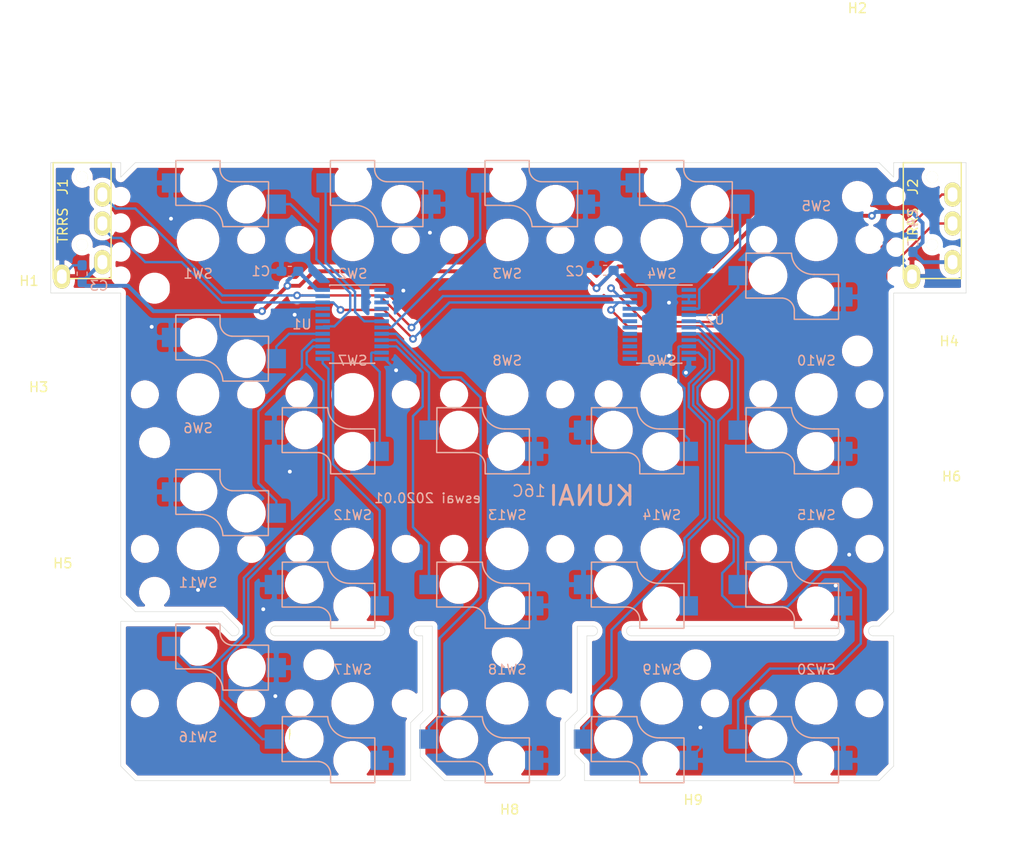
<source format=kicad_pcb>
(kicad_pcb (version 20171130) (host pcbnew "(5.1.5-0-10_14)")
  (layers (0 F.Cu signal) (31 B.Cu signal) (34 B.Paste user hide) (35 F.Paste user hide) (36 B.SilkS user) (37 F.SilkS user) (38 B.Mask user hide) (39 F.Mask user hide) (44 Edge.Cuts user))
  (net 0 "")
  (net 1 GND)
  (net 2 VCC)
  (net 3 SDA)
  (net 4 SCL)
  (net 5 S1)
  (net 6 S2)
  (net 7 S3)
  (net 8 S4)
  (net 9 S5)
  (net 10 S6)
  (net 11 S7)
  (net 12 S8)
  (net 13 S9)
  (net 14 S10)
  (net 15 S11)
  (net 16 S12)
  (net 17 S13)
  (net 18 S14)
  (net 19 S15)
  (net 20 S16)
  (net 21 S17)
  (net 22 S18)
  (net 23 S19)
  (net 24 S20)
  (module eswai:Choc_Hotswap (layer F.Cu) (at 112 80)
    (fp_text reference SW20 (at 0 -3.5) (layer B.SilkS) (effects (justify mirror)))
    (fp_text value SW_PUSH hide)
    (pad 1 smd rect (at -8.1 3.7 180) (size 2 2) (layers B.Cu B.Paste B.Mask) (net 24 S20))
    (pad 2 smd rect (at 2.8 5.9 180) (size 1.9 2) (layers B.Cu B.Paste B.Mask) (net 1 GND))
    (pad "" np_thru_hole circle (at -5 3.7 90) (size 3 3) (drill 3) (layers *.Cu *.Mask))
    (pad "" np_thru_hole circle (at 0 5.9 90) (size 3 3) (drill 3) (layers *.Cu *.Mask))
    (pad "" np_thru_hole circle (at 0 0 90) (size 3.4 3.4) (drill 3.4) (layers *.Cu *.Mask))
    (pad "" np_thru_hole circle (at -5.5 0 90) (size 1.9 1.9) (drill 1.9) (layers *.Cu *.Mask))
    (pad "" np_thru_hole circle (at 5.5 0 90) (size 1.9 1.9) (drill 1.9) (layers *.Cu *.Mask))
  )
  (module eswai:Choc_Hotswap (layer F.Cu) (at 96 80)
    (fp_text reference SW19 (at 0 -3.5) (layer B.SilkS) (effects (justify mirror)))
    (fp_text value SW_PUSH hide)
    (pad 1 smd rect (at -8.1 3.7 180) (size 2 2) (layers B.Cu B.Paste B.Mask) (net 23 S19))
    (pad 2 smd rect (at 2.8 5.9 180) (size 1.9 2) (layers B.Cu B.Paste B.Mask) (net 1 GND))
    (pad "" np_thru_hole circle (at -5 3.7 90) (size 3 3) (drill 3) (layers *.Cu *.Mask))
    (pad "" np_thru_hole circle (at 0 5.9 90) (size 3 3) (drill 3) (layers *.Cu *.Mask))
    (pad "" np_thru_hole circle (at 0 0 90) (size 3.4 3.4) (drill 3.4) (layers *.Cu *.Mask))
    (pad "" np_thru_hole circle (at -5.5 0 90) (size 1.9 1.9) (drill 1.9) (layers *.Cu *.Mask))
    (pad "" np_thru_hole circle (at 5.5 0 90) (size 1.9 1.9) (drill 1.9) (layers *.Cu *.Mask))
  )
  (module eswai:Choc_Hotswap (layer F.Cu) (at 80 80)
    (fp_text reference SW18 (at 0 -3.5) (layer B.SilkS) (effects (justify mirror)))
    (fp_text value SW_PUSH hide)
    (pad 1 smd rect (at -8.1 3.7 180) (size 2 2) (layers B.Cu B.Paste B.Mask) (net 22 S18))
    (pad 2 smd rect (at 2.8 5.9 180) (size 1.9 2) (layers B.Cu B.Paste B.Mask) (net 1 GND))
    (pad "" np_thru_hole circle (at -5 3.7 90) (size 3 3) (drill 3) (layers *.Cu *.Mask))
    (pad "" np_thru_hole circle (at 0 5.9 90) (size 3 3) (drill 3) (layers *.Cu *.Mask))
    (pad "" np_thru_hole circle (at 0 0 90) (size 3.4 3.4) (drill 3.4) (layers *.Cu *.Mask))
    (pad "" np_thru_hole circle (at -5.5 0 90) (size 1.9 1.9) (drill 1.9) (layers *.Cu *.Mask))
    (pad "" np_thru_hole circle (at 5.5 0 90) (size 1.9 1.9) (drill 1.9) (layers *.Cu *.Mask))
  )
  (module eswai:Choc_Hotswap (layer F.Cu) (at 64 80)
    (fp_text reference SW17 (at 0 -3.5) (layer B.SilkS) (effects (justify mirror)))
    (fp_text value SW_PUSH hide)
    (pad 1 smd rect (at -8.1 3.7 180) (size 2 2) (layers B.Cu B.Paste B.Mask) (net 21 S17))
    (pad 2 smd rect (at 2.8 5.9 180) (size 1.9 2) (layers B.Cu B.Paste B.Mask) (net 1 GND))
    (pad "" np_thru_hole circle (at -5 3.7 90) (size 3 3) (drill 3) (layers *.Cu *.Mask))
    (pad "" np_thru_hole circle (at 0 5.9 90) (size 3 3) (drill 3) (layers *.Cu *.Mask))
    (pad "" np_thru_hole circle (at 0 0 90) (size 3.4 3.4) (drill 3.4) (layers *.Cu *.Mask))
    (pad "" np_thru_hole circle (at -5.5 0 90) (size 1.9 1.9) (drill 1.9) (layers *.Cu *.Mask))
    (pad "" np_thru_hole circle (at 5.5 0 90) (size 1.9 1.9) (drill 1.9) (layers *.Cu *.Mask))
  )
  (module eswai:Choc_Hotswap (layer F.Cu) (at 48 80 180)
    (fp_text reference SW16 (at 0 -3.5) (layer B.SilkS) (effects (justify mirror)))
    (fp_text value SW_PUSH hide)
    (pad 1 smd rect (at -8.1 3.7) (size 2 2) (layers B.Cu B.Paste B.Mask) (net 1 GND))
    (pad 2 smd rect (at 2.8 5.9) (size 1.9 2) (layers B.Cu B.Paste B.Mask) (net 20 S16))
    (pad "" np_thru_hole circle (at -5 3.7 270) (size 3 3) (drill 3) (layers *.Cu *.Mask))
    (pad "" np_thru_hole circle (at 0 5.9 270) (size 3 3) (drill 3) (layers *.Cu *.Mask))
    (pad "" np_thru_hole circle (at 0 0 270) (size 3.4 3.4) (drill 3.4) (layers *.Cu *.Mask))
    (pad "" np_thru_hole circle (at -5.5 0 270) (size 1.9 1.9) (drill 1.9) (layers *.Cu *.Mask))
    (pad "" np_thru_hole circle (at 5.5 0 270) (size 1.9 1.9) (drill 1.9) (layers *.Cu *.Mask))
  )
  (module eswai:Choc_Hotswap (layer F.Cu) (at 112 64)
    (fp_text reference SW15 (at 0 -3.5) (layer B.SilkS) (effects (justify mirror)))
    (fp_text value SW_PUSH hide)
    (pad 1 smd rect (at -8.1 3.7 180) (size 2 2) (layers B.Cu B.Paste B.Mask) (net 19 S15))
    (pad 2 smd rect (at 2.8 5.9 180) (size 1.9 2) (layers B.Cu B.Paste B.Mask) (net 1 GND))
    (pad "" np_thru_hole circle (at -5 3.7 90) (size 3 3) (drill 3) (layers *.Cu *.Mask))
    (pad "" np_thru_hole circle (at 0 5.9 90) (size 3 3) (drill 3) (layers *.Cu *.Mask))
    (pad "" np_thru_hole circle (at 0 0 90) (size 3.4 3.4) (drill 3.4) (layers *.Cu *.Mask))
    (pad "" np_thru_hole circle (at -5.5 0 90) (size 1.9 1.9) (drill 1.9) (layers *.Cu *.Mask))
    (pad "" np_thru_hole circle (at 5.5 0 90) (size 1.9 1.9) (drill 1.9) (layers *.Cu *.Mask))
  )
  (module eswai:Choc_Hotswap (layer F.Cu) (at 96 64)
    (fp_text reference SW14 (at 0 -3.5) (layer B.SilkS) (effects (justify mirror)))
    (fp_text value SW_PUSH hide)
    (pad 1 smd rect (at -8.1 3.7 180) (size 2 2) (layers B.Cu B.Paste B.Mask) (net 1 GND))
    (pad 2 smd rect (at 2.8 5.9 180) (size 1.9 2) (layers B.Cu B.Paste B.Mask) (net 18 S14))
    (pad "" np_thru_hole circle (at -5 3.7 90) (size 3 3) (drill 3) (layers *.Cu *.Mask))
    (pad "" np_thru_hole circle (at 0 5.9 90) (size 3 3) (drill 3) (layers *.Cu *.Mask))
    (pad "" np_thru_hole circle (at 0 0 90) (size 3.4 3.4) (drill 3.4) (layers *.Cu *.Mask))
    (pad "" np_thru_hole circle (at -5.5 0 90) (size 1.9 1.9) (drill 1.9) (layers *.Cu *.Mask))
    (pad "" np_thru_hole circle (at 5.5 0 90) (size 1.9 1.9) (drill 1.9) (layers *.Cu *.Mask))
  )
  (module eswai:Choc_Hotswap (layer F.Cu) (at 80 64)
    (fp_text reference SW13 (at 0 -3.5) (layer B.SilkS) (effects (justify mirror)))
    (fp_text value SW_PUSH hide)
    (pad 1 smd rect (at -8.1 3.7 180) (size 2 2) (layers B.Cu B.Paste B.Mask) (net 17 S13))
    (pad 2 smd rect (at 2.8 5.9 180) (size 1.9 2) (layers B.Cu B.Paste B.Mask) (net 1 GND))
    (pad "" np_thru_hole circle (at -5 3.7 90) (size 3 3) (drill 3) (layers *.Cu *.Mask))
    (pad "" np_thru_hole circle (at 0 5.9 90) (size 3 3) (drill 3) (layers *.Cu *.Mask))
    (pad "" np_thru_hole circle (at 0 0 90) (size 3.4 3.4) (drill 3.4) (layers *.Cu *.Mask))
    (pad "" np_thru_hole circle (at -5.5 0 90) (size 1.9 1.9) (drill 1.9) (layers *.Cu *.Mask))
    (pad "" np_thru_hole circle (at 5.5 0 90) (size 1.9 1.9) (drill 1.9) (layers *.Cu *.Mask))
  )
  (module eswai:Choc_Hotswap (layer F.Cu) (at 64 64)
    (fp_text reference SW12 (at 0 -3.5) (layer B.SilkS) (effects (justify mirror)))
    (fp_text value SW_PUSH hide)
    (pad 1 smd rect (at -8.1 3.7 180) (size 2 2) (layers B.Cu B.Paste B.Mask) (net 1 GND))
    (pad 2 smd rect (at 2.8 5.9 180) (size 1.9 2) (layers B.Cu B.Paste B.Mask) (net 16 S12))
    (pad "" np_thru_hole circle (at -5 3.7 90) (size 3 3) (drill 3) (layers *.Cu *.Mask))
    (pad "" np_thru_hole circle (at 0 5.9 90) (size 3 3) (drill 3) (layers *.Cu *.Mask))
    (pad "" np_thru_hole circle (at 0 0 90) (size 3.4 3.4) (drill 3.4) (layers *.Cu *.Mask))
    (pad "" np_thru_hole circle (at -5.5 0 90) (size 1.9 1.9) (drill 1.9) (layers *.Cu *.Mask))
    (pad "" np_thru_hole circle (at 5.5 0 90) (size 1.9 1.9) (drill 1.9) (layers *.Cu *.Mask))
  )
  (module eswai:Choc_Hotswap (layer F.Cu) (at 48 64 180)
    (fp_text reference SW11 (at 0 -3.5) (layer B.SilkS) (effects (justify mirror)))
    (fp_text value SW_PUSH hide)
    (pad 1 smd rect (at -8.1 3.7) (size 2 2) (layers B.Cu B.Paste B.Mask) (net 15 S11))
    (pad 2 smd rect (at 2.8 5.9) (size 1.9 2) (layers B.Cu B.Paste B.Mask) (net 1 GND))
    (pad "" np_thru_hole circle (at -5 3.7 270) (size 3 3) (drill 3) (layers *.Cu *.Mask))
    (pad "" np_thru_hole circle (at 0 5.9 270) (size 3 3) (drill 3) (layers *.Cu *.Mask))
    (pad "" np_thru_hole circle (at 0 0 270) (size 3.4 3.4) (drill 3.4) (layers *.Cu *.Mask))
    (pad "" np_thru_hole circle (at -5.5 0 270) (size 1.9 1.9) (drill 1.9) (layers *.Cu *.Mask))
    (pad "" np_thru_hole circle (at 5.5 0 270) (size 1.9 1.9) (drill 1.9) (layers *.Cu *.Mask))
  )
  (module eswai:Choc_Hotswap (layer F.Cu) (at 112 48)
    (fp_text reference SW10 (at 0 -3.5) (layer B.SilkS) (effects (justify mirror)))
    (fp_text value SW_PUSH hide)
    (pad 1 smd rect (at -8.1 3.7 180) (size 2 2) (layers B.Cu B.Paste B.Mask) (net 14 S10))
    (pad 2 smd rect (at 2.8 5.9 180) (size 1.9 2) (layers B.Cu B.Paste B.Mask) (net 1 GND))
    (pad "" np_thru_hole circle (at -5 3.7 90) (size 3 3) (drill 3) (layers *.Cu *.Mask))
    (pad "" np_thru_hole circle (at 0 5.9 90) (size 3 3) (drill 3) (layers *.Cu *.Mask))
    (pad "" np_thru_hole circle (at 0 0 90) (size 3.4 3.4) (drill 3.4) (layers *.Cu *.Mask))
    (pad "" np_thru_hole circle (at -5.5 0 90) (size 1.9 1.9) (drill 1.9) (layers *.Cu *.Mask))
    (pad "" np_thru_hole circle (at 5.5 0 90) (size 1.9 1.9) (drill 1.9) (layers *.Cu *.Mask))
  )
  (module eswai:Choc_Hotswap (layer F.Cu) (at 96 48)
    (fp_text reference SW9 (at 0 -3.5) (layer B.SilkS) (effects (justify mirror)))
    (fp_text value SW_PUSH hide)
    (pad 1 smd rect (at -8.1 3.7 180) (size 2 2) (layers B.Cu B.Paste B.Mask) (net 1 GND))
    (pad 2 smd rect (at 2.8 5.9 180) (size 1.9 2) (layers B.Cu B.Paste B.Mask) (net 13 S9))
    (pad "" np_thru_hole circle (at -5 3.7 90) (size 3 3) (drill 3) (layers *.Cu *.Mask))
    (pad "" np_thru_hole circle (at 0 5.9 90) (size 3 3) (drill 3) (layers *.Cu *.Mask))
    (pad "" np_thru_hole circle (at 0 0 90) (size 3.4 3.4) (drill 3.4) (layers *.Cu *.Mask))
    (pad "" np_thru_hole circle (at -5.5 0 90) (size 1.9 1.9) (drill 1.9) (layers *.Cu *.Mask))
    (pad "" np_thru_hole circle (at 5.5 0 90) (size 1.9 1.9) (drill 1.9) (layers *.Cu *.Mask))
  )
  (module eswai:Choc_Hotswap (layer F.Cu) (at 80 48)
    (fp_text reference SW8 (at 0 -3.5) (layer B.SilkS) (effects (justify mirror)))
    (fp_text value SW_PUSH hide)
    (pad 1 smd rect (at -8.1 3.7 180) (size 2 2) (layers B.Cu B.Paste B.Mask) (net 12 S8))
    (pad 2 smd rect (at 2.8 5.9 180) (size 1.9 2) (layers B.Cu B.Paste B.Mask) (net 1 GND))
    (pad "" np_thru_hole circle (at -5 3.7 90) (size 3 3) (drill 3) (layers *.Cu *.Mask))
    (pad "" np_thru_hole circle (at 0 5.9 90) (size 3 3) (drill 3) (layers *.Cu *.Mask))
    (pad "" np_thru_hole circle (at 0 0 90) (size 3.4 3.4) (drill 3.4) (layers *.Cu *.Mask))
    (pad "" np_thru_hole circle (at -5.5 0 90) (size 1.9 1.9) (drill 1.9) (layers *.Cu *.Mask))
    (pad "" np_thru_hole circle (at 5.5 0 90) (size 1.9 1.9) (drill 1.9) (layers *.Cu *.Mask))
  )
  (module eswai:Choc_Hotswap (layer F.Cu) (at 64 48)
    (fp_text reference SW7 (at 0 -3.5) (layer B.SilkS) (effects (justify mirror)))
    (fp_text value SW_PUSH hide)
    (pad 1 smd rect (at -8.1 3.7 180) (size 2 2) (layers B.Cu B.Paste B.Mask) (net 1 GND))
    (pad 2 smd rect (at 2.8 5.9 180) (size 1.9 2) (layers B.Cu B.Paste B.Mask) (net 11 S7))
    (pad "" np_thru_hole circle (at -5 3.7 90) (size 3 3) (drill 3) (layers *.Cu *.Mask))
    (pad "" np_thru_hole circle (at 0 5.9 90) (size 3 3) (drill 3) (layers *.Cu *.Mask))
    (pad "" np_thru_hole circle (at 0 0 90) (size 3.4 3.4) (drill 3.4) (layers *.Cu *.Mask))
    (pad "" np_thru_hole circle (at -5.5 0 90) (size 1.9 1.9) (drill 1.9) (layers *.Cu *.Mask))
    (pad "" np_thru_hole circle (at 5.5 0 90) (size 1.9 1.9) (drill 1.9) (layers *.Cu *.Mask))
  )
  (module eswai:Choc_Hotswap (layer F.Cu) (at 48 48 180)
    (fp_text reference SW6 (at 0 -3.5) (layer B.SilkS) (effects (justify mirror)))
    (fp_text value SW_PUSH hide)
    (pad 1 smd rect (at -8.1 3.7) (size 2 2) (layers B.Cu B.Paste B.Mask) (net 10 S6))
    (pad 2 smd rect (at 2.8 5.9) (size 1.9 2) (layers B.Cu B.Paste B.Mask) (net 1 GND))
    (pad "" np_thru_hole circle (at -5 3.7 270) (size 3 3) (drill 3) (layers *.Cu *.Mask))
    (pad "" np_thru_hole circle (at 0 5.9 270) (size 3 3) (drill 3) (layers *.Cu *.Mask))
    (pad "" np_thru_hole circle (at 0 0 270) (size 3.4 3.4) (drill 3.4) (layers *.Cu *.Mask))
    (pad "" np_thru_hole circle (at -5.5 0 270) (size 1.9 1.9) (drill 1.9) (layers *.Cu *.Mask))
    (pad "" np_thru_hole circle (at 5.5 0 270) (size 1.9 1.9) (drill 1.9) (layers *.Cu *.Mask))
  )
  (module eswai:Choc_Hotswap (layer F.Cu) (at 112 32)
    (fp_text reference SW5 (at 0 -3.5) (layer B.SilkS) (effects (justify mirror)))
    (fp_text value SW_PUSH hide)
    (pad 1 smd rect (at -8.1 3.7 180) (size 2 2) (layers B.Cu B.Paste B.Mask) (net 9 S5))
    (pad 2 smd rect (at 2.8 5.9 180) (size 1.9 2) (layers B.Cu B.Paste B.Mask) (net 1 GND))
    (pad "" np_thru_hole circle (at -5 3.7 90) (size 3 3) (drill 3) (layers *.Cu *.Mask))
    (pad "" np_thru_hole circle (at 0 5.9 90) (size 3 3) (drill 3) (layers *.Cu *.Mask))
    (pad "" np_thru_hole circle (at 0 0 90) (size 3.4 3.4) (drill 3.4) (layers *.Cu *.Mask))
    (pad "" np_thru_hole circle (at -5.5 0 90) (size 1.9 1.9) (drill 1.9) (layers *.Cu *.Mask))
    (pad "" np_thru_hole circle (at 5.5 0 90) (size 1.9 1.9) (drill 1.9) (layers *.Cu *.Mask))
  )
  (module eswai:Choc_Hotswap (layer F.Cu) (at 96 32 180)
    (fp_text reference SW4 (at 0 -3.5) (layer B.SilkS) (effects (justify mirror)))
    (fp_text value SW_PUSH hide)
    (pad 1 smd rect (at -8.1 3.7) (size 2 2) (layers B.Cu B.Paste B.Mask) (net 8 S4))
    (pad 2 smd rect (at 2.8 5.9) (size 1.9 2) (layers B.Cu B.Paste B.Mask) (net 1 GND))
    (pad "" np_thru_hole circle (at -5 3.7 270) (size 3 3) (drill 3) (layers *.Cu *.Mask))
    (pad "" np_thru_hole circle (at 0 5.9 270) (size 3 3) (drill 3) (layers *.Cu *.Mask))
    (pad "" np_thru_hole circle (at 0 0 270) (size 3.4 3.4) (drill 3.4) (layers *.Cu *.Mask))
    (pad "" np_thru_hole circle (at -5.5 0 270) (size 1.9 1.9) (drill 1.9) (layers *.Cu *.Mask))
    (pad "" np_thru_hole circle (at 5.5 0 270) (size 1.9 1.9) (drill 1.9) (layers *.Cu *.Mask))
  )
  (module eswai:Choc_Hotswap (layer F.Cu) (at 80 32 180)
    (fp_text reference SW3 (at 0 -3.5) (layer B.SilkS) (effects (justify mirror)))
    (fp_text value SW_PUSH hide)
    (pad 1 smd rect (at -8.1 3.7) (size 2 2) (layers B.Cu B.Paste B.Mask) (net 1 GND))
    (pad 2 smd rect (at 2.8 5.9) (size 1.9 2) (layers B.Cu B.Paste B.Mask) (net 7 S3))
    (pad "" np_thru_hole circle (at -5 3.7 270) (size 3 3) (drill 3) (layers *.Cu *.Mask))
    (pad "" np_thru_hole circle (at 0 5.9 270) (size 3 3) (drill 3) (layers *.Cu *.Mask))
    (pad "" np_thru_hole circle (at 0 0 270) (size 3.4 3.4) (drill 3.4) (layers *.Cu *.Mask))
    (pad "" np_thru_hole circle (at -5.5 0 270) (size 1.9 1.9) (drill 1.9) (layers *.Cu *.Mask))
    (pad "" np_thru_hole circle (at 5.5 0 270) (size 1.9 1.9) (drill 1.9) (layers *.Cu *.Mask))
  )
  (module eswai:Choc_Hotswap (layer F.Cu) (at 64 32 180)
    (fp_text reference SW2 (at 0 -3.5) (layer B.SilkS) (effects (justify mirror)))
    (fp_text value SW_PUSH hide)
    (pad 1 smd rect (at -8.1 3.7) (size 2 2) (layers B.Cu B.Paste B.Mask) (net 1 GND))
    (pad 2 smd rect (at 2.8 5.9) (size 1.9 2) (layers B.Cu B.Paste B.Mask) (net 6 S2))
    (pad "" np_thru_hole circle (at -5 3.7 270) (size 3 3) (drill 3) (layers *.Cu *.Mask))
    (pad "" np_thru_hole circle (at 0 5.9 270) (size 3 3) (drill 3) (layers *.Cu *.Mask))
    (pad "" np_thru_hole circle (at 0 0 270) (size 3.4 3.4) (drill 3.4) (layers *.Cu *.Mask))
    (pad "" np_thru_hole circle (at -5.5 0 270) (size 1.9 1.9) (drill 1.9) (layers *.Cu *.Mask))
    (pad "" np_thru_hole circle (at 5.5 0 270) (size 1.9 1.9) (drill 1.9) (layers *.Cu *.Mask))
  )
  (module eswai:Choc_Hotswap (layer F.Cu) (at 48 32 180)
    (fp_text reference SW1 (at 0 -3.5) (layer B.SilkS) (effects (justify mirror)))
    (fp_text value SW_PUSH hide)
    (pad 1 smd rect (at -8.1 3.7) (size 2 2) (layers B.Cu B.Paste B.Mask) (net 5 S1))
    (pad 2 smd rect (at 2.8 5.9) (size 1.9 2) (layers B.Cu B.Paste B.Mask) (net 1 GND))
    (pad "" np_thru_hole circle (at -5 3.7 270) (size 3 3) (drill 3) (layers *.Cu *.Mask))
    (pad "" np_thru_hole circle (at 0 5.9 270) (size 3 3) (drill 3) (layers *.Cu *.Mask))
    (pad "" np_thru_hole circle (at 0 0 270) (size 3.4 3.4) (drill 3.4) (layers *.Cu *.Mask))
    (pad "" np_thru_hole circle (at -5.5 0 270) (size 1.9 1.9) (drill 1.9) (layers *.Cu *.Mask))
    (pad "" np_thru_hole circle (at 5.5 0 270) (size 1.9 1.9) (drill 1.9) (layers *.Cu *.Mask))
  )
  (module eswai:MJ-4PP-9_v3 (layer F.Cu) (at 124 24)
    (fp_text reference J2 (at -2 2.5 90) (layer F.SilkS))
    (fp_text value AudioJack4 hide)
    (fp_text user TRRS (at -2 6.5 90) (layer F.SilkS))
    (pad "" np_thru_hole circle (at 0 1.5) (size 1.2 1.2) (drill 1.2) (layers *.Cu *.Mask F.SilkS))
    (pad "" np_thru_hole circle (at 0 8.5) (size 1.2 1.2) (drill 1.2) (layers *.Cu *.Mask F.SilkS))
    (pad R2 thru_hole oval (at 2.1 3.3) (size 1.7 2.5) (drill oval 1 1.5) (layers *.Cu *.Mask F.SilkS) (net 3 SDA))
    (pad R1 thru_hole oval (at 2.1 6.3) (size 1.7 2.5) (drill oval 1 1.5) (layers *.Cu *.Mask F.SilkS) (net 4 SCL))
    (pad T thru_hole oval (at 2.1 10.3) (size 1.7 2.5) (drill oval 1 1.5) (layers *.Cu *.Mask F.SilkS) (net 2 VCC) (clearance 0.15))
    (pad S thru_hole oval (at -2.1 11.8) (size 1.7 2.5) (drill oval 1 1.5) (layers *.Cu *.Mask F.SilkS) (net 1 GND) (clearance 0.15))
  )
  (module eswai:MJ-4PP-9_v3 (layer F.Cu) (at 36 24)
    (fp_text reference J1 (at -2 2.5 90) (layer F.SilkS))
    (fp_text value AudioJack4 hide)
    (fp_text user TRRS (at -2 6.5 90) (layer F.SilkS))
    (pad "" np_thru_hole circle (at 0 1.5) (size 1.2 1.2) (drill 1.2) (layers *.Cu *.Mask F.SilkS))
    (pad "" np_thru_hole circle (at 0 8.5) (size 1.2 1.2) (drill 1.2) (layers *.Cu *.Mask F.SilkS))
    (pad R2 thru_hole oval (at 2.1 3.3) (size 1.7 2.5) (drill oval 1 1.5) (layers *.Cu *.Mask F.SilkS) (net 3 SDA))
    (pad R1 thru_hole oval (at 2.1 6.3) (size 1.7 2.5) (drill oval 1 1.5) (layers *.Cu *.Mask F.SilkS) (net 4 SCL))
    (pad T thru_hole oval (at 2.1 10.3) (size 1.7 2.5) (drill oval 1 1.5) (layers *.Cu *.Mask F.SilkS) (net 2 VCC) (clearance 0.15))
    (pad S thru_hole oval (at -2.1 11.8) (size 1.7 2.5) (drill oval 1 1.5) (layers *.Cu *.Mask F.SilkS) (net 1 GND) (clearance 0.15))
  )
  (module MountingHole:MountingHole_2.2mm_M2 (layer F.Cu) (at 116.25 43.5)
    (fp_text reference H4 (at 9.5 -1) (layer F.SilkS))
    (fp_text value MountingHole)
    (pad 1 np_thru_hole circle (at 0 0) (size 2.2 2.2) (drill 2.2) (layers *.Cu *.Mask))
  )
  (module eswai:HOLE_copy (layer F.Cu) (at 120.25 35.75)
    (fp_text reference Ref**)
    (fp_text value Val**)
    (pad "" np_thru_hole circle (at 0 0) (size 1 1) (drill 1) (layers *.Cu *.Mask))
  )
  (module eswai:HOLE_copy (layer F.Cu) (at 120.25 32.75)
    (fp_text reference Ref**)
    (fp_text value Val**)
    (pad "" np_thru_hole circle (at 0 0) (size 1 1) (drill 1) (layers *.Cu *.Mask))
  )
  (module eswai:HOLE_copy (layer F.Cu) (at 120.25 30.25)
    (fp_text reference Ref**)
    (fp_text value Val**)
    (pad "" np_thru_hole circle (at 0 0) (size 1 1) (drill 1) (layers *.Cu *.Mask))
  )
  (module eswai:HOLE_copy (layer F.Cu) (at 120.25 27.5)
    (fp_text reference Ref**)
    (fp_text value Val**)
    (pad "" np_thru_hole circle (at 0 0) (size 1 1) (drill 1) (layers *.Cu *.Mask))
  )
  (module eswai:HOLE_copy (layer F.Cu) (at 40 35.75)
    (fp_text reference Ref**)
    (fp_text value Val**)
    (pad "" np_thru_hole circle (at 0 0) (size 1 1) (drill 1) (layers *.Cu *.Mask))
  )
  (module eswai:HOLE_copy (layer F.Cu) (at 40 33.25)
    (fp_text reference Ref**)
    (fp_text value Val**)
    (pad "" np_thru_hole circle (at 0 0) (size 1 1) (drill 1) (layers *.Cu *.Mask))
  )
  (module eswai:HOLE_copy (layer F.Cu) (at 40 30.25)
    (fp_text reference Ref**)
    (fp_text value Val**)
    (pad "" np_thru_hole circle (at 0 0) (size 1 1) (drill 1) (layers *.Cu *.Mask))
  )
  (module eswai:HOLE_copy (layer F.Cu) (at 40 27.5)
    (fp_text reference Ref**)
    (fp_text value Val**)
    (pad "" np_thru_hole circle (at 0 0) (size 1 1) (drill 1) (layers *.Cu *.Mask))
  )
  (module MountingHole:MountingHole_2.2mm_M2 (layer F.Cu) (at 99.5 76)
    (fp_text reference H9 (at -0.25 14) (layer F.SilkS))
    (fp_text value MountingHole)
    (pad 1 np_thru_hole circle (at 0 0) (size 2.2 2.2) (drill 2.2) (layers *.Cu *.Mask))
  )
  (module MountingHole:MountingHole_2.2mm_M2 (layer F.Cu) (at 80 74.75)
    (fp_text reference H8 (at 0.25 16.25) (layer F.SilkS))
    (fp_text value MountingHole)
    (pad 1 np_thru_hole circle (at 0 0) (size 2.2 2.2) (drill 2.2) (layers *.Cu *.Mask))
  )
  (module MountingHole:MountingHole_2.2mm_M2 (layer F.Cu) (at 60.5 76)
    (fp_text reference H7 (at -2.25 7.25) (layer F.SilkS))
    (fp_text value MountingHole)
    (pad 1 np_thru_hole circle (at 0 0) (size 2.2 2.2) (drill 2.2) (layers *.Cu *.Mask))
  )
  (module MountingHole:MountingHole_2.2mm_M2 (layer F.Cu) (at 116.25 59.25)
    (fp_text reference H6 (at 9.75 -2.75) (layer F.SilkS))
    (fp_text value MountingHole)
    (pad 1 np_thru_hole circle (at 0 0) (size 2.2 2.2) (drill 2.2) (layers *.Cu *.Mask))
  )
  (module MountingHole:MountingHole_2.2mm_M2 (layer F.Cu) (at 43.5 68.5)
    (fp_text reference H5 (at -9.5 -3) (layer F.SilkS))
    (fp_text value MountingHole)
    (pad 1 np_thru_hole circle (at 0 0) (size 2.2 2.2) (drill 2.2) (layers *.Cu *.Mask))
  )
  (module MountingHole:MountingHole_2.2mm_M2 (layer F.Cu) (at 43.5 53)
    (fp_text reference H3 (at -12 -5.75) (layer F.SilkS))
    (fp_text value MountingHole)
    (pad 1 np_thru_hole circle (at 0 0) (size 2.2 2.2) (drill 2.2) (layers *.Cu *.Mask))
  )
  (module Capacitor_SMD:C_0603_1608Metric_Pad1.05x0.95mm_HandSolder (layer B.Cu) (at 122 32.375 90)
    (fp_text reference C4 (at 2.625 0 90) (layer B.SilkS) (effects (justify mirror)))
    (fp_text value 1uF)
    (pad 2 smd roundrect (at 0.875 0 90) (size 1.05 0.95) (layers B.Cu B.Paste B.Mask) (net 1 GND))
    (pad 1 smd roundrect (at -0.875 0 90) (size 1.05 0.95) (layers B.Cu B.Paste B.Mask) (net 2 VCC))
  )
  (module Capacitor_SMD:C_0603_1608Metric_Pad1.05x0.95mm_HandSolder (layer B.Cu) (at 36 35.5 90)
    (fp_text reference C3 (at -1.25 1.75 180) (layer B.SilkS) (effects (justify mirror)))
    (fp_text value 1uF)
    (pad 2 smd roundrect (at 0.875 0 90) (size 1.05 0.95) (layers B.Cu B.Paste B.Mask) (net 1 GND))
    (pad 1 smd roundrect (at -0.875 0 90) (size 1.05 0.95) (layers B.Cu B.Paste B.Mask) (net 2 VCC))
  )
  (module Capacitor_SMD:C_0603_1608Metric_Pad1.05x0.95mm_HandSolder (layer B.Cu) (at 90.1375 35.15 180)
    (fp_text reference C2 (at 3.1375 -0.1) (layer B.SilkS) (effects (justify mirror)))
    (fp_text value 100nF)
    (pad 2 smd roundrect (at 0.875 0 180) (size 1.05 0.95) (layers B.Cu B.Paste B.Mask) (net 1 GND))
    (pad 1 smd roundrect (at -0.875 0 180) (size 1.05 0.95) (layers B.Cu B.Paste B.Mask) (net 2 VCC))
  )
  (module Capacitor_SMD:C_0603_1608Metric_Pad1.05x0.95mm_HandSolder (layer B.Cu) (at 57.5 35.25 180)
    (fp_text reference C1 (at 3 0) (layer B.SilkS) (effects (justify mirror)))
    (fp_text value 100nF)
    (pad 2 smd roundrect (at 0.875 0 180) (size 1.05 0.95) (layers B.Cu B.Paste B.Mask) (net 1 GND))
    (pad 1 smd roundrect (at -0.875 0 180) (size 1.05 0.95) (layers B.Cu B.Paste B.Mask) (net 2 VCC))
  )
  (module eswai:TSSOP-24_4.4x7.8mm_P0.65mm (layer B.Cu) (at 95.75 40.75 180)
    (fp_text reference U2 (at -5.75 0.5) (layer B.SilkS) (effects (justify mirror)))
    (fp_text value PCA9555PW)
    (pad 1 smd rect (at -3.05 3.575 180) (size 1.5 0.4) (layers B.Cu B.Paste B.Mask))
    (pad 2 smd rect (at -3.05 2.925 180) (size 1.5 0.4) (layers B.Cu B.Paste B.Mask) (net 1 GND))
    (pad 3 smd rect (at -3.05 2.275 180) (size 1.5 0.4) (layers B.Cu B.Paste B.Mask) (net 1 GND))
    (pad 4 smd rect (at -3.05 1.625 180) (size 1.5 0.4) (layers B.Cu B.Paste B.Mask) (net 8 S4))
    (pad 5 smd rect (at -3.05 0.975 180) (size 1.5 0.4) (layers B.Cu B.Paste B.Mask) (net 9 S5))
    (pad 6 smd rect (at -3.05 0.325 180) (size 1.5 0.4) (layers B.Cu B.Paste B.Mask) (net 14 S10))
    (pad 7 smd rect (at -3.05 -0.325 180) (size 1.5 0.4) (layers B.Cu B.Paste B.Mask) (net 19 S15))
    (pad 8 smd rect (at -3.05 -0.975 180) (size 1.5 0.4) (layers B.Cu B.Paste B.Mask) (net 24 S20))
    (pad 9 smd rect (at -3.05 -1.625 180) (size 1.5 0.4) (layers B.Cu B.Paste B.Mask) (net 18 S14))
    (pad 10 smd rect (at -3.05 -2.275 180) (size 1.5 0.4) (layers B.Cu B.Paste B.Mask) (net 13 S9))
    (pad 11 smd rect (at -3.05 -2.925 180) (size 1.5 0.4) (layers B.Cu B.Paste B.Mask) (net 23 S19))
    (pad 12 smd rect (at -3.05 -3.575 180) (size 1.5 0.4) (layers B.Cu B.Paste B.Mask) (net 1 GND))
    (pad 13 smd rect (at 3.05 -3.575 180) (size 1.5 0.4) (layers B.Cu B.Paste B.Mask))
    (pad 14 smd rect (at 3.05 -2.925 180) (size 1.5 0.4) (layers B.Cu B.Paste B.Mask))
    (pad 15 smd rect (at 3.05 -2.275 180) (size 1.5 0.4) (layers B.Cu B.Paste B.Mask))
    (pad 16 smd rect (at 3.05 -1.625 180) (size 1.5 0.4) (layers B.Cu B.Paste B.Mask))
    (pad 17 smd rect (at 3.05 -0.975 180) (size 1.5 0.4) (layers B.Cu B.Paste B.Mask))
    (pad 18 smd rect (at 3.05 -0.325 180) (size 1.5 0.4) (layers B.Cu B.Paste B.Mask))
    (pad 19 smd rect (at 3.05 0.325 180) (size 1.5 0.4) (layers B.Cu B.Paste B.Mask))
    (pad 20 smd rect (at 3.05 0.975 180) (size 1.5 0.4) (layers B.Cu B.Paste B.Mask))
    (pad 21 smd rect (at 3.05 1.625 180) (size 1.5 0.4) (layers B.Cu B.Paste B.Mask) (net 2 VCC))
    (pad 22 smd rect (at 3.05 2.275 180) (size 1.5 0.4) (layers B.Cu B.Paste B.Mask) (net 4 SCL))
    (pad 23 smd rect (at 3.05 2.925 180) (size 1.5 0.4) (layers B.Cu B.Paste B.Mask) (net 3 SDA))
    (pad 24 smd rect (at 3.05 3.575 180) (size 1.5 0.4) (layers B.Cu B.Paste B.Mask) (net 2 VCC))
  )
  (module eswai:TSSOP-24_4.4x7.8mm_P0.65mm (layer B.Cu) (at 63.95 40.75 180)
    (fp_text reference U1 (at 5.2 0) (layer B.SilkS) (effects (justify mirror)))
    (fp_text value PCA9555PW)
    (pad 1 smd rect (at -3.05 3.575 180) (size 1.5 0.4) (layers B.Cu B.Paste B.Mask))
    (pad 2 smd rect (at -3.05 2.925 180) (size 1.5 0.4) (layers B.Cu B.Paste B.Mask) (net 1 GND))
    (pad 3 smd rect (at -3.05 2.275 180) (size 1.5 0.4) (layers B.Cu B.Paste B.Mask) (net 1 GND))
    (pad 4 smd rect (at -3.05 1.625 180) (size 1.5 0.4) (layers B.Cu B.Paste B.Mask))
    (pad 5 smd rect (at -3.05 0.975 180) (size 1.5 0.4) (layers B.Cu B.Paste B.Mask))
    (pad 6 smd rect (at -3.05 0.325 180) (size 1.5 0.4) (layers B.Cu B.Paste B.Mask) (net 6 S2))
    (pad 7 smd rect (at -3.05 -0.325 180) (size 1.5 0.4) (layers B.Cu B.Paste B.Mask) (net 7 S3))
    (pad 8 smd rect (at -3.05 -0.975 180) (size 1.5 0.4) (layers B.Cu B.Paste B.Mask) (net 22 S18))
    (pad 9 smd rect (at -3.05 -1.625 180) (size 1.5 0.4) (layers B.Cu B.Paste B.Mask) (net 12 S8))
    (pad 10 smd rect (at -3.05 -2.275 180) (size 1.5 0.4) (layers B.Cu B.Paste B.Mask) (net 17 S13))
    (pad 11 smd rect (at -3.05 -2.925 180) (size 1.5 0.4) (layers B.Cu B.Paste B.Mask) (net 11 S7))
    (pad 12 smd rect (at -3.05 -3.575 180) (size 1.5 0.4) (layers B.Cu B.Paste B.Mask) (net 1 GND))
    (pad 13 smd rect (at 3.05 -3.575 180) (size 1.5 0.4) (layers B.Cu B.Paste B.Mask) (net 21 S17))
    (pad 14 smd rect (at 3.05 -2.925 180) (size 1.5 0.4) (layers B.Cu B.Paste B.Mask) (net 16 S12))
    (pad 15 smd rect (at 3.05 -2.275 180) (size 1.5 0.4) (layers B.Cu B.Paste B.Mask) (net 20 S16))
    (pad 16 smd rect (at 3.05 -1.625 180) (size 1.5 0.4) (layers B.Cu B.Paste B.Mask) (net 15 S11))
    (pad 17 smd rect (at 3.05 -0.975 180) (size 1.5 0.4) (layers B.Cu B.Paste B.Mask) (net 10 S6))
    (pad 18 smd rect (at 3.05 -0.325 180) (size 1.5 0.4) (layers B.Cu B.Paste B.Mask) (net 5 S1))
    (pad 19 smd rect (at 3.05 0.325 180) (size 1.5 0.4) (layers B.Cu B.Paste B.Mask))
    (pad 20 smd rect (at 3.05 0.975 180) (size 1.5 0.4) (layers B.Cu B.Paste B.Mask))
    (pad 21 smd rect (at 3.05 1.625 180) (size 1.5 0.4) (layers B.Cu B.Paste B.Mask) (net 1 GND))
    (pad 22 smd rect (at 3.05 2.275 180) (size 1.5 0.4) (layers B.Cu B.Paste B.Mask) (net 4 SCL))
    (pad 23 smd rect (at 3.05 2.925 180) (size 1.5 0.4) (layers B.Cu B.Paste B.Mask) (net 3 SDA))
    (pad 24 smd rect (at 3.05 3.575 180) (size 1.5 0.4) (layers B.Cu B.Paste B.Mask) (net 2 VCC))
  )
  (module MountingHole:MountingHole_2.2mm_M2 (layer F.Cu) (at 116.25 27.5)
    (fp_text reference H2 (at 0 -19.5) (layer F.SilkS))
    (fp_text value MountingHole)
    (pad 1 np_thru_hole circle (at 0 0) (size 2.2 2.2) (drill 2.2) (layers *.Cu *.Mask))
  )
  (module MountingHole:MountingHole_2.2mm_M2 (layer F.Cu) (at 43.5 37)
    (fp_text reference H1 (at -13 -0.75) (layer F.SilkS))
    (fp_text value MountingHole)
    (pad 1 np_thru_hole circle (at 0 0) (size 2.2 2.2) (drill 2.2) (layers *.Cu *.Mask))
  )
  (gr_line (start 51.5 73) (end 51.75 73) (layer Edge.Cuts) (width 0.05))
  (gr_line (start 70 82) (end 70 88) (layer Edge.Cuts) (width 0.05))
  (gr_line (start 71.25 80.75) (end 70 82) (layer Edge.Cuts) (width 0.05))
  (gr_line (start 71 82.25) (end 71 85.5) (layer Edge.Cuts) (width 0.05))
  (gr_line (start 71 82.25) (end 72.25 81) (layer Edge.Cuts) (width 0.05))
  (gr_line (start 86 82) (end 86 87.5) (layer Edge.Cuts) (width 0.05))
  (gr_line (start 87.25 80.75) (end 86 82) (layer Edge.Cuts) (width 0.05))
  (gr_line (start 88 86.25) (end 88 88) (layer Edge.Cuts) (width 0.05))
  (gr_line (start 87 85.25) (end 88 86.25) (layer Edge.Cuts) (width 0.05))
  (gr_line (start 87 82.25) (end 87 85.25) (layer Edge.Cuts) (width 0.05))
  (gr_line (start 87 82.25) (end 88.25 81) (layer Edge.Cuts) (width 0.05))
  (gr_line (start 52.103553 72.146447) (end 50.5 70.5) (layer Edge.Cuts) (width 0.05))
  (gr_line (start 50.005238 71.5) (end 51.5 73) (layer Edge.Cuts) (width 0.05))
  (gr_line (start 40 24) (end 32.75 24) (layer Edge.Cuts) (width 0.05))
  (gr_line (start 40 25.5) (end 40 24) (layer Edge.Cuts) (width 0.05))
  (gr_line (start 40 25.5) (end 41.5 24) (layer Edge.Cuts) (width 0.05))
  (gr_line (start 120 24) (end 127.5 24) (layer Edge.Cuts) (width 0.05))
  (gr_line (start 120 25.5) (end 120 24) (layer Edge.Cuts) (width 0.05))
  (gr_line (start 118.5 24) (end 120 25.5) (layer Edge.Cuts) (width 0.05))
  (gr_text 16C (at 82.25 58) (layer B.SilkS) (effects (font (size 1.2 1.2)) (justify mirror)))
  (gr_line (start 40 69) (end 41.5 70.5) (layer Edge.Cuts) (width 0.05))
  (gr_line (start 40 86.5) (end 41.5 88) (layer Edge.Cuts) (width 0.05))
  (gr_line (start 71 85.5) (end 73.5 88) (layer Edge.Cuts) (width 0.05))
  (gr_line (start 86 87.5) (end 85.5 88) (layer Edge.Cuts) (width 0.05))
  (gr_line (start 120 70.5) (end 118.5 72) (layer Edge.Cuts) (width 0.05))
  (gr_line (start 120 86.5) (end 118.5 88) (layer Edge.Cuts) (width 0.05))
  (gr_line (start 127.5 37.5) (end 120 37.5) (layer Edge.Cuts) (width 0.05))
  (gr_line (start 127.5 24) (end 127.5 37.5) (layer Edge.Cuts) (width 0.05))
  (gr_line (start 32.75 37.5) (end 40 37.5) (layer Edge.Cuts) (width 0.05))
  (gr_line (start 32.75 24) (end 32.75 37.5) (layer Edge.Cuts) (width 0.05))
  (gr_text KUNAI (at 88.75 58.5) (layer B.SilkS) (effects (font (size 2 2) (thickness 0.3)) (justify mirror)))
  (gr_line (start 92.85 72) (end 113.9 72) (layer Edge.Cuts) (width 0.05))
  (gr_line (start 113.9 73) (end 92.85 73) (layer Edge.Cuts) (width 0.05))
  (gr_arc (start 117.9 72.5) (end 117.9 72) (angle -180) (layer Edge.Cuts) (width 0.05))
  (gr_arc (start 113.9 72.5) (end 113.9 73) (angle -180) (layer Edge.Cuts) (width 0.05))
  (gr_line (start 56 73) (end 66.85 73) (layer Edge.Cuts) (width 0.05))
  (gr_line (start 66.85 72) (end 56 72) (layer Edge.Cuts) (width 0.05))
  (gr_arc (start 51.75 72.5) (end 51.75 73) (angle -135) (layer Edge.Cuts) (width 0.05))
  (gr_arc (start 56 72.5) (end 56 72) (angle -180) (layer Edge.Cuts) (width 0.05))
  (gr_line (start 88 88) (end 118.5 88) (layer Edge.Cuts) (width 0.05))
  (gr_line (start 88.85 72) (end 87.25 72) (layer Edge.Cuts) (width 0.05))
  (gr_line (start 88.25 81) (end 88.25 73) (layer Edge.Cuts) (width 0.05))
  (gr_line (start 120 73) (end 120 86.5) (layer Edge.Cuts) (width 0.05))
  (gr_line (start 88.25 73) (end 88.85 73) (layer Edge.Cuts) (width 0.05))
  (gr_arc (start 88.85 72.5) (end 88.85 73) (angle -180) (layer Edge.Cuts) (width 0.05))
  (gr_arc (start 92.85 72.5) (end 92.85 72) (angle -180) (layer Edge.Cuts) (width 0.05))
  (gr_line (start 117.9 73) (end 120 73) (layer Edge.Cuts) (width 0.05))
  (gr_line (start 40 71.5) (end 50.005238 71.5) (layer Edge.Cuts) (width 0.05))
  (gr_line (start 50.5 70.5) (end 41.5 70.5) (layer Edge.Cuts) (width 0.05))
  (gr_arc (start 66.85 72.5) (end 66.85 73) (angle -180) (layer Edge.Cuts) (width 0.05))
  (gr_arc (start 70.85 72.5) (end 70.85 72) (angle -174.2894069) (layer Edge.Cuts) (width 0.05))
  (gr_line (start 70.800248 72.997519) (end 71.25 73) (layer Edge.Cuts) (width 0.05))
  (gr_line (start 40 86.5) (end 40 71.5) (layer Edge.Cuts) (width 0.05))
  (gr_line (start 70 88) (end 41.5 88) (layer Edge.Cuts) (width 0.05))
  (gr_line (start 71.25 73) (end 71.25 80.75) (layer Edge.Cuts) (width 0.05))
  (gr_line (start 72.25 81) (end 72.25 72) (layer Edge.Cuts) (width 0.05))
  (gr_line (start 72.25 72) (end 70.85 72) (layer Edge.Cuts) (width 0.05))
  (gr_line (start 41.5 24) (end 118.5 24) (layer Edge.Cuts) (width 0.05))
  (gr_text "eswai 2020.01" (at 71.75 58.75) (layer B.SilkS) (effects (font (size 1 1)) (justify mirror)))
  (gr_line (start 120 70.5) (end 120 37.5) (layer Edge.Cuts) (width 0.05))
  (gr_line (start 117.9 72) (end 118.5 72) (layer Edge.Cuts) (width 0.05))
  (gr_line (start 87.25 80.75) (end 87.25 72) (layer Edge.Cuts) (width 0.05))
  (gr_line (start 73.5 88) (end 85.5 88) (layer Edge.Cuts) (width 0.05))
  (gr_line (start 40 69) (end 40 37.5) (layer Edge.Cuts) (width 0.05))
  (segment (start 58.625 39.125) (end 58 39.75) (width 0.25) (layer B.Cu) (net 1))
  (via (at 58 39.75) (size 0.8) (drill 0.4) (layers F.Cu B.Cu) (net 1))
  (segment (start 60.9 39.125) (end 58.625 39.125) (width 0.25) (layer B.Cu) (net 1))
  (via (at 98.5 45.75) (size 0.8) (drill 0.4) (layers F.Cu B.Cu) (net 1))
  (segment (start 98.8 45.45) (end 98.5 45.75) (width 0.25) (layer B.Cu) (net 1))
  (segment (start 98.8 44.325) (end 98.8 45.45) (width 0.25) (layer B.Cu) (net 1))
  (via (at 57.5 56) (size 0.8) (drill 0.4) (layers F.Cu B.Cu) (net 1))
  (segment (start 55.9 54.4) (end 57.5 56) (width 0.25) (layer B.Cu) (net 1))
  (segment (start 55.9 51.7) (end 55.9 54.4) (width 0.25) (layer B.Cu) (net 1))
  (via (at 54.75 70.25) (size 0.8) (drill 0.4) (layers F.Cu B.Cu) (net 1))
  (segment (start 54.75 70.1) (end 54.75 70.25) (width 0.25) (layer B.Cu) (net 1))
  (segment (start 55.9 68.95) (end 54.75 70.1) (width 0.25) (layer B.Cu) (net 1))
  (segment (start 55.9 67.7) (end 55.9 68.95) (width 0.25) (layer B.Cu) (net 1))
  (segment (start 100 84.65) (end 100 82.5) (width 0.25) (layer B.Cu) (net 1))
  (segment (start 98.8 85.85) (end 100 84.65) (width 0.25) (layer B.Cu) (net 1))
  (via (at 100 82.5) (size 0.8) (drill 0.4) (layers F.Cu B.Cu) (net 1))
  (segment (start 98.8 85.9) (end 98.8 85.85) (width 0.25) (layer B.Cu) (net 1))
  (via (at 72 31.25) (size 0.8) (drill 0.4) (layers F.Cu B.Cu) (net 1))
  (segment (start 72.1 31.15) (end 72 31.25) (width 0.25) (layer B.Cu) (net 1))
  (segment (start 72.1 28.3) (end 72.1 31.15) (width 0.25) (layer B.Cu) (net 1))
  (via (at 56 79.25) (size 0.8) (drill 0.4) (layers F.Cu B.Cu) (net 1))
  (segment (start 56.1 76.3) (end 56.1 79.15) (width 0.25) (layer B.Cu) (net 1))
  (segment (start 56.1 79.15) (end 56 79.25) (width 0.25) (layer B.Cu) (net 1))
  (segment (start 67 37.825) (end 67 38.475) (width 0.25) (layer B.Cu) (net 1))
  (via (at 69.25 37.25) (size 0.8) (drill 0.4) (layers F.Cu B.Cu) (net 1))
  (segment (start 68.675 37.825) (end 69.25 37.25) (width 0.25) (layer B.Cu) (net 1))
  (segment (start 67 37.825) (end 68.675 37.825) (width 0.25) (layer B.Cu) (net 1))
  (via (at 68.5 45.5) (size 0.8) (drill 0.4) (layers F.Cu B.Cu) (net 1))
  (segment (start 67.325 44.325) (end 68.5 45.5) (width 0.25) (layer B.Cu) (net 1))
  (segment (start 67 44.325) (end 67.325 44.325) (width 0.25) (layer B.Cu) (net 1))
  (segment (start 98.8 37.825) (end 98.8 38.475) (width 0.25) (layer B.Cu) (net 1))
  (via (at 96.75 38.5) (size 0.8) (drill 0.4) (layers F.Cu B.Cu) (net 1))
  (segment (start 97.425 37.825) (end 96.75 38.5) (width 0.25) (layer B.Cu) (net 1))
  (segment (start 98.8 37.825) (end 97.425 37.825) (width 0.25) (layer B.Cu) (net 1))
  (segment (start 35.075 34.625) (end 33.9 35.8) (width 0.25) (layer B.Cu) (net 1))
  (segment (start 36 34.625) (end 35.075 34.625) (width 0.25) (layer B.Cu) (net 1))
  (segment (start 122 35.7) (end 121.9 35.8) (width 0.4) (layer B.Cu) (net 1))
  (segment (start 120.8 34.3) (end 121.9 35.4) (width 0.25) (layer B.Cu) (net 1))
  (segment (start 121.9 35.4) (end 121.9 35.8) (width 0.25) (layer B.Cu) (net 1))
  (segment (start 119.8 34.3) (end 120.8 34.3) (width 0.25) (layer B.Cu) (net 1))
  (segment (start 119 33.5) (end 119.8 34.3) (width 0.25) (layer B.Cu) (net 1))
  (segment (start 119.75 31.5) (end 119 32.25) (width 0.25) (layer B.Cu) (net 1))
  (segment (start 119 32.25) (end 119 33.5) (width 0.25) (layer B.Cu) (net 1))
  (segment (start 122 31.5) (end 119.75 31.5) (width 0.25) (layer B.Cu) (net 1))
  (via (at 96.75 44) (size 0.8) (drill 0.4) (layers F.Cu B.Cu) (net 1))
  (segment (start 96.75 38.5) (end 96.75 44) (width 0.25) (layer B.Cu) (net 1))
  (segment (start 96.75 44.565685) (end 97.934315 45.75) (width 0.25) (layer F.Cu) (net 1))
  (segment (start 97.934315 45.75) (end 98.5 45.75) (width 0.25) (layer F.Cu) (net 1))
  (segment (start 96.75 44) (end 96.75 44.565685) (width 0.25) (layer F.Cu) (net 1))
  (via (at 48 68.25) (size 0.8) (drill 0.4) (layers F.Cu B.Cu) (net 1))
  (segment (start 48.399999 68.649999) (end 48 68.25) (width 0.25) (layer F.Cu) (net 1))
  (segment (start 48.75 69) (end 48.399999 68.649999) (width 0.25) (layer F.Cu) (net 1))
  (segment (start 53.5 69) (end 48.75 69) (width 0.25) (layer F.Cu) (net 1))
  (segment (start 54.75 70.25) (end 53.5 69) (width 0.25) (layer F.Cu) (net 1))
  (via (at 114 67.8) (size 0.8) (drill 0.4) (layers F.Cu B.Cu) (net 1))
  (segment (start 114.8 68.6) (end 114 67.8) (width 0.25) (layer B.Cu) (net 1))
  (segment (start 114.8 69.9) (end 114.8 68.6) (width 0.25) (layer B.Cu) (net 1))
  (via (at 115.4 64.6) (size 0.8) (drill 0.4) (layers F.Cu B.Cu) (net 1))
  (segment (start 115.4 66.4) (end 115.4 64.6) (width 0.25) (layer F.Cu) (net 1))
  (segment (start 114 67.8) (end 115.4 66.4) (width 0.25) (layer F.Cu) (net 1))
  (via (at 45.2 29.8) (size 0.8) (drill 0.4) (layers F.Cu B.Cu) (net 1))
  (segment (start 45.2 26.1) (end 45.2 29.8) (width 0.25) (layer B.Cu) (net 1))
  (segment (start 44 42.1) (end 43.2 41.3) (width 0.25) (layer B.Cu) (net 1))
  (segment (start 45.2 42.1) (end 44 42.1) (width 0.25) (layer B.Cu) (net 1))
  (segment (start 45.2 29.8) (end 45.2 39) (width 0.25) (layer F.Cu) (net 1))
  (segment (start 43.599999 40.600001) (end 43.2 41) (width 0.25) (layer F.Cu) (net 1))
  (segment (start 45.2 39) (end 43.599999 40.600001) (width 0.25) (layer F.Cu) (net 1))
  (segment (start 43.2 41.3) (end 43.2 41) (width 0.25) (layer B.Cu) (net 1))
  (via (at 43.2 41) (size 0.8) (drill 0.4) (layers F.Cu B.Cu) (net 1))
  (via (at 89.25 37) (size 0.8) (drill 0.4) (layers F.Cu B.Cu) (net 2))
  (segment (start 60.3 37.175) (end 58.874072 35.749072) (width 0.4) (layer B.Cu) (net 2))
  (segment (start 58.874072 35.749072) (end 58.375 35.25) (width 0.4) (layer B.Cu) (net 2))
  (segment (start 60.9 37.175) (end 60.3 37.175) (width 0.4) (layer B.Cu) (net 2))
  (via (at 57.25 36.75) (size 0.8) (drill 0.4) (layers F.Cu B.Cu) (net 2))
  (segment (start 87.5 35.25) (end 88.850001 36.600001) (width 0.4) (layer F.Cu) (net 2))
  (segment (start 58.5 36.75) (end 60 35.25) (width 0.4) (layer F.Cu) (net 2))
  (segment (start 88.850001 36.600001) (end 89.25 37) (width 0.4) (layer F.Cu) (net 2))
  (segment (start 60 35.25) (end 87.5 35.25) (width 0.4) (layer F.Cu) (net 2))
  (segment (start 57.25 36.75) (end 58.5 36.75) (width 0.4) (layer F.Cu) (net 2))
  (segment (start 57.25 36.25) (end 57.25 36.75) (width 0.4) (layer B.Cu) (net 2))
  (segment (start 58.25 35.25) (end 57.25 36.25) (width 0.4) (layer B.Cu) (net 2))
  (segment (start 58.375 35.25) (end 58.25 35.25) (width 0.4) (layer B.Cu) (net 2))
  (via (at 54.625 39.375) (size 0.8) (drill 0.4) (layers F.Cu B.Cu) (net 2))
  (segment (start 57.25 36.75) (end 54.625 39.375) (width 0.4) (layer F.Cu) (net 2))
  (segment (start 89.25 37) (end 90.925 35.325) (width 0.4) (layer B.Cu) (net 2))
  (segment (start 93.925 37.175) (end 94.25 37.5) (width 0.4) (layer B.Cu) (net 2))
  (segment (start 90.925 35.325) (end 90.925 35.15) (width 0.4) (layer B.Cu) (net 2))
  (segment (start 90.925 35.15) (end 92.9 37.125) (width 0.4) (layer B.Cu) (net 2))
  (segment (start 92.9 37.175) (end 93.925 37.175) (width 0.4) (layer B.Cu) (net 2))
  (segment (start 92.9 37.125) (end 92.9 37.175) (width 0.4) (layer B.Cu) (net 2))
  (segment (start 94.25 37.5) (end 94.25 38.7875) (width 0.4) (layer B.Cu) (net 2))
  (segment (start 93.9125 39.125) (end 92.9 39.125) (width 0.4) (layer B.Cu) (net 2))
  (segment (start 94.25 38.7875) (end 93.9125 39.125) (width 0.4) (layer B.Cu) (net 2))
  (via (at 117.75 29.5) (size 0.8) (drill 0.4) (layers F.Cu B.Cu) (net 2))
  (segment (start 117.184315 29.5) (end 117.75 29.5) (width 0.4) (layer F.Cu) (net 2))
  (segment (start 123 32.25) (end 123 30.25) (width 0.4) (layer B.Cu) (net 2))
  (segment (start 91.5 34.75) (end 101.25 34.75) (width 0.4) (layer F.Cu) (net 2))
  (segment (start 89.25 37) (end 91.5 34.75) (width 0.4) (layer F.Cu) (net 2))
  (segment (start 118.149999 29.100001) (end 117.75 29.5) (width 0.4) (layer B.Cu) (net 2))
  (segment (start 101.25 34.75) (end 106.5 29.5) (width 0.4) (layer F.Cu) (net 2))
  (segment (start 121.850001 29.100001) (end 118.149999 29.100001) (width 0.4) (layer B.Cu) (net 2))
  (segment (start 106.5 29.5) (end 117.184315 29.5) (width 0.4) (layer F.Cu) (net 2))
  (segment (start 122 33.25) (end 123 32.25) (width 0.4) (layer B.Cu) (net 2))
  (segment (start 123 30.25) (end 121.850001 29.100001) (width 0.4) (layer B.Cu) (net 2))
  (segment (start 38.075 34.3) (end 38.1 34.3) (width 0.25) (layer B.Cu) (net 2))
  (segment (start 36 36.375) (end 38.075 34.3) (width 0.4) (layer B.Cu) (net 2))
  (segment (start 126.1 34.3) (end 125.8 34) (width 0.25) (layer F.Cu) (net 2))
  (segment (start 123.05 34.3) (end 126.1 34.3) (width 0.4) (layer B.Cu) (net 2))
  (segment (start 122 33.25) (end 123.05 34.3) (width 0.4) (layer B.Cu) (net 2))
  (segment (start 43.375 39.375) (end 54.059315 39.375) (width 0.4) (layer B.Cu) (net 2))
  (segment (start 40.75 36.75) (end 43.375 39.375) (width 0.4) (layer B.Cu) (net 2))
  (segment (start 54.059315 39.375) (end 54.625 39.375) (width 0.4) (layer B.Cu) (net 2))
  (segment (start 36.375 36.75) (end 40.75 36.75) (width 0.4) (layer B.Cu) (net 2))
  (segment (start 36 36.375) (end 36.375 36.75) (width 0.4) (layer B.Cu) (net 2))
  (segment (start 73.350765 37.825) (end 70.500541 40.675224) (width 0.25) (layer B.Cu) (net 3))
  (segment (start 92.9 37.825) (end 73.350765 37.825) (width 0.25) (layer B.Cu) (net 3))
  (segment (start 70.500541 40.675224) (end 70.100542 41.075223) (width 0.25) (layer B.Cu) (net 3))
  (via (at 70.100542 41.075223) (size 0.8) (drill 0.4) (layers F.Cu B.Cu) (net 3))
  (segment (start 70.100542 41.075223) (end 66.775309 37.74999) (width 0.25) (layer F.Cu) (net 3))
  (segment (start 58.815685 37.74999) (end 58.25 37.74999) (width 0.25) (layer B.Cu) (net 3))
  (segment (start 61.1 37.825) (end 61.02499 37.74999) (width 0.25) (layer B.Cu) (net 3))
  (segment (start 61.02499 37.74999) (end 58.815685 37.74999) (width 0.25) (layer B.Cu) (net 3))
  (via (at 58.25 37.74999) (size 0.8) (drill 0.4) (layers F.Cu B.Cu) (net 3))
  (segment (start 66.775309 37.74999) (end 58.815685 37.74999) (width 0.25) (layer F.Cu) (net 3))
  (segment (start 58.815685 37.74999) (end 58.25 37.74999) (width 0.25) (layer F.Cu) (net 3))
  (segment (start 91.575 37.825) (end 90.75 37) (width 0.25) (layer B.Cu) (net 3))
  (via (at 90.75 37) (size 0.8) (drill 0.4) (layers F.Cu B.Cu) (net 3))
  (segment (start 92.7 37.825) (end 91.575 37.825) (width 0.25) (layer B.Cu) (net 3))
  (segment (start 57.684315 37.74999) (end 58.25 37.74999) (width 0.25) (layer B.Cu) (net 3))
  (segment (start 41.5 28.75) (end 50.49999 37.74999) (width 0.25) (layer B.Cu) (net 3))
  (segment (start 39.5 28.75) (end 41.5 28.75) (width 0.25) (layer B.Cu) (net 3))
  (segment (start 50.49999 37.74999) (end 57.684315 37.74999) (width 0.25) (layer B.Cu) (net 3))
  (segment (start 38.1 27.35) (end 39.5 28.75) (width 0.25) (layer B.Cu) (net 3))
  (segment (start 38.1 27.3) (end 38.1 27.35) (width 0.25) (layer B.Cu) (net 3))
  (segment (start 125 27.3) (end 126.1 27.3) (width 0.25) (layer F.Cu) (net 3))
  (segment (start 120.8 31.5) (end 125 27.3) (width 0.25) (layer F.Cu) (net 3))
  (segment (start 120 31.5) (end 120.8 31.5) (width 0.25) (layer F.Cu) (net 3))
  (segment (start 118.775001 32.724999) (end 120 31.5) (width 0.25) (layer F.Cu) (net 3))
  (segment (start 90.75 37) (end 94.249999 40.499999) (width 0.25) (layer F.Cu) (net 3))
  (segment (start 94.249999 40.499999) (end 116.250001 40.499999) (width 0.25) (layer F.Cu) (net 3))
  (segment (start 116.250001 40.499999) (end 118.775001 37.974999) (width 0.25) (layer F.Cu) (net 3))
  (segment (start 118.775001 37.974999) (end 118.775001 32.724999) (width 0.25) (layer F.Cu) (net 3))
  (segment (start 73.900001 38.599999) (end 70.25 42.25) (width 0.25) (layer B.Cu) (net 4))
  (segment (start 74.025 38.475) (end 73.900001 38.599999) (width 0.25) (layer B.Cu) (net 4))
  (via (at 70.25 42.25) (size 0.8) (drill 0.4) (layers F.Cu B.Cu) (net 4))
  (segment (start 92.9 38.475) (end 74.025 38.475) (width 0.25) (layer B.Cu) (net 4))
  (via (at 62.75 39.25) (size 0.8) (drill 0.4) (layers F.Cu B.Cu) (net 4))
  (segment (start 61.975 38.475) (end 61.1 38.475) (width 0.25) (layer B.Cu) (net 4))
  (segment (start 62.75 39.25) (end 61.975 38.475) (width 0.25) (layer B.Cu) (net 4))
  (segment (start 67.25 39.25) (end 62.75 39.25) (width 0.25) (layer F.Cu) (net 4))
  (segment (start 70.25 42.25) (end 67.25 39.25) (width 0.25) (layer F.Cu) (net 4))
  (via (at 90.75 39.25) (size 0.8) (drill 0.4) (layers F.Cu B.Cu) (net 4))
  (segment (start 91.525 38.475) (end 90.75 39.25) (width 0.25) (layer B.Cu) (net 4))
  (segment (start 92.7 38.475) (end 91.525 38.475) (width 0.25) (layer B.Cu) (net 4))
  (segment (start 39.2 31.8) (end 38.1 30.7) (width 0.25) (layer B.Cu) (net 4))
  (segment (start 42.535501 34.3) (end 40.035501 31.8) (width 0.25) (layer B.Cu) (net 4))
  (segment (start 38.1 30.7) (end 38.1 30.3) (width 0.25) (layer B.Cu) (net 4))
  (segment (start 40.035501 31.8) (end 39.2 31.8) (width 0.25) (layer B.Cu) (net 4))
  (segment (start 46.3 34.3) (end 42.535501 34.3) (width 0.25) (layer B.Cu) (net 4))
  (segment (start 50.475 38.475) (end 46.3 34.3) (width 0.25) (layer B.Cu) (net 4))
  (segment (start 60.9 38.475) (end 50.475 38.475) (width 0.25) (layer B.Cu) (net 4))
  (segment (start 124.2 30.3) (end 126.1 30.3) (width 0.25) (layer F.Cu) (net 4))
  (segment (start 92.45001 40.95001) (end 116.436401 40.95001) (width 0.25) (layer F.Cu) (net 4))
  (segment (start 119.225012 35.274988) (end 124.2 30.3) (width 0.25) (layer F.Cu) (net 4))
  (segment (start 119.225012 38.161399) (end 119.225012 35.274988) (width 0.25) (layer F.Cu) (net 4))
  (segment (start 116.436401 40.95001) (end 119.225012 38.161399) (width 0.25) (layer F.Cu) (net 4))
  (segment (start 90.75 39.25) (end 92.45001 40.95001) (width 0.25) (layer F.Cu) (net 4))
  (segment (start 62.123001 40.950001) (end 61.024999 40.950001) (width 0.25) (layer B.Cu) (net 5))
  (segment (start 63.75 39.323002) (end 62.123001 40.950001) (width 0.25) (layer B.Cu) (net 5))
  (segment (start 63.75 37.5) (end 63.75 39.323002) (width 0.25) (layer B.Cu) (net 5))
  (segment (start 60.25 31) (end 60.25 34) (width 0.25) (layer B.Cu) (net 5))
  (segment (start 57.55 28.3) (end 60.25 31) (width 0.25) (layer B.Cu) (net 5))
  (segment (start 61.024999 40.950001) (end 60.9 41.075) (width 0.25) (layer B.Cu) (net 5))
  (segment (start 60.25 34) (end 63.75 37.5) (width 0.25) (layer B.Cu) (net 5))
  (segment (start 56.1 28.3) (end 57.55 28.3) (width 0.25) (layer B.Cu) (net 5))
  (segment (start 65.2125 40.425) (end 67 40.425) (width 0.25) (layer B.Cu) (net 6))
  (segment (start 64.25 39.4625) (end 65.2125 40.425) (width 0.25) (layer B.Cu) (net 6))
  (segment (start 64.25 37.36359) (end 64.25 39.4625) (width 0.25) (layer B.Cu) (net 6))
  (segment (start 61.2 34.31359) (end 64.25 37.36359) (width 0.25) (layer B.Cu) (net 6))
  (segment (start 61.2 26.1) (end 61.2 34.31359) (width 0.25) (layer B.Cu) (net 6))
  (segment (start 68 41.075) (end 67 41.075) (width 0.25) (layer B.Cu) (net 7))
  (segment (start 77.2 31.875) (end 68 41.075) (width 0.25) (layer B.Cu) (net 7))
  (segment (start 77.2 26.1) (end 77.2 31.875) (width 0.25) (layer B.Cu) (net 7))
  (segment (start 99.875001 39.049999) (end 99.8 39.125) (width 0.25) (layer B.Cu) (net 8))
  (segment (start 99.8 39.125) (end 98.8 39.125) (width 0.25) (layer B.Cu) (net 8))
  (segment (start 99.875001 37.139997) (end 99.875001 39.049999) (width 0.25) (layer B.Cu) (net 8))
  (segment (start 104.1 32.914998) (end 99.875001 37.139997) (width 0.25) (layer B.Cu) (net 8))
  (segment (start 104.1 28.3) (end 104.1 32.914998) (width 0.25) (layer B.Cu) (net 8))
  (segment (start 99.8 39.775) (end 98.8 39.775) (width 0.25) (layer B.Cu) (net 9))
  (segment (start 101.075 39.775) (end 99.8 39.775) (width 0.25) (layer B.Cu) (net 9))
  (segment (start 103.9 36.95) (end 101.075 39.775) (width 0.25) (layer B.Cu) (net 9))
  (segment (start 103.9 35.7) (end 103.9 36.95) (width 0.25) (layer B.Cu) (net 9))
  (segment (start 56.1 43.05) (end 56.1 44.3) (width 0.25) (layer B.Cu) (net 10))
  (segment (start 57.425 41.725) (end 56.1 43.05) (width 0.25) (layer B.Cu) (net 10))
  (segment (start 60.9 41.725) (end 57.425 41.725) (width 0.25) (layer B.Cu) (net 10))
  (segment (start 66 43.675) (end 67 43.675) (width 0.25) (layer B.Cu) (net 11))
  (segment (start 65.924999 44.785001) (end 65.924999 43.750001) (width 0.25) (layer B.Cu) (net 11))
  (segment (start 66.8 45.660002) (end 65.924999 44.785001) (width 0.25) (layer B.Cu) (net 11))
  (segment (start 65.924999 43.750001) (end 66 43.675) (width 0.25) (layer B.Cu) (net 11))
  (segment (start 66.8 53.9) (end 66.8 45.660002) (width 0.25) (layer B.Cu) (net 11))
  (segment (start 71.9 45.763589) (end 71.9 50.45) (width 0.25) (layer B.Cu) (net 12))
  (segment (start 71.9 50.45) (end 71.9 51.7) (width 0.25) (layer B.Cu) (net 12))
  (segment (start 67 42.375) (end 68.511411 42.375) (width 0.25) (layer B.Cu) (net 12))
  (segment (start 68.511411 42.375) (end 71.9 45.763589) (width 0.25) (layer B.Cu) (net 12))
  (segment (start 98.349978 47.352976) (end 97.724999 46.727997) (width 0.25) (layer B.Cu) (net 13))
  (segment (start 98.8 52.65) (end 98.349978 52.199978) (width 0.25) (layer B.Cu) (net 13))
  (segment (start 98.349978 52.199978) (end 98.349978 47.352976) (width 0.25) (layer B.Cu) (net 13))
  (segment (start 97.8 43.025) (end 98.8 43.025) (width 0.25) (layer B.Cu) (net 13))
  (segment (start 97.724999 43.100001) (end 97.8 43.025) (width 0.25) (layer B.Cu) (net 13))
  (segment (start 97.724999 46.727997) (end 97.724999 43.100001) (width 0.25) (layer B.Cu) (net 13))
  (segment (start 98.8 53.9) (end 98.8 52.65) (width 0.25) (layer B.Cu) (net 13))
  (segment (start 103.9 50.45) (end 103.9 51.7) (width 0.25) (layer B.Cu) (net 14))
  (segment (start 103.9 44.4) (end 103.9 50.45) (width 0.25) (layer B.Cu) (net 14))
  (segment (start 99.925 40.425) (end 103.9 44.4) (width 0.25) (layer B.Cu) (net 14))
  (segment (start 98.8 40.425) (end 99.925 40.425) (width 0.25) (layer B.Cu) (net 14))
  (segment (start 56.1 59.05) (end 56.1 60.3) (width 0.25) (layer B.Cu) (net 15))
  (segment (start 54.25 49.75) (end 54.25 57.2) (width 0.25) (layer B.Cu) (net 15))
  (segment (start 59.9 42.375) (end 58.75 43.525) (width 0.25) (layer B.Cu) (net 15))
  (segment (start 60.9 42.375) (end 59.9 42.375) (width 0.25) (layer B.Cu) (net 15))
  (segment (start 58.75 45.25) (end 54.25 49.75) (width 0.25) (layer B.Cu) (net 15))
  (segment (start 54.25 57.2) (end 56.1 59.05) (width 0.25) (layer B.Cu) (net 15))
  (segment (start 58.75 43.525) (end 58.75 45.25) (width 0.25) (layer B.Cu) (net 15))
  (segment (start 61.975001 47.027997) (end 61.974999 47.027999) (width 0.25) (layer B.Cu) (net 16))
  (segment (start 61.9 43.675) (end 61.975001 43.750001) (width 0.25) (layer B.Cu) (net 16))
  (segment (start 61.974999 47.027999) (end 61.974999 55.224999) (width 0.25) (layer B.Cu) (net 16))
  (segment (start 61.975001 43.750001) (end 61.975001 47.027997) (width 0.25) (layer B.Cu) (net 16))
  (segment (start 60.9 43.675) (end 61.9 43.675) (width 0.25) (layer B.Cu) (net 16))
  (segment (start 66.8 60.05) (end 66.8 69.9) (width 0.25) (layer B.Cu) (net 16))
  (segment (start 61.974999 55.224999) (end 66.8 60.05) (width 0.25) (layer B.Cu) (net 16))
  (segment (start 71.9 66.45) (end 71.9 67.7) (width 0.25) (layer B.Cu) (net 17))
  (segment (start 71.9 63.4) (end 71.9 66.45) (width 0.25) (layer B.Cu) (net 17))
  (segment (start 70.25 61.75) (end 71.9 63.4) (width 0.25) (layer B.Cu) (net 17))
  (segment (start 71.25 49.25) (end 70.25 50.25) (width 0.25) (layer B.Cu) (net 17))
  (segment (start 71.25 45.75) (end 71.25 49.25) (width 0.25) (layer B.Cu) (net 17))
  (segment (start 70.25 50.25) (end 70.25 61.75) (width 0.25) (layer B.Cu) (net 17))
  (segment (start 68.525 43.025) (end 71.25 45.75) (width 0.25) (layer B.Cu) (net 17))
  (segment (start 67 43.025) (end 68.525 43.025) (width 0.25) (layer B.Cu) (net 17))
  (segment (start 100.950011 50.8136) (end 99.25 49.11359) (width 0.25) (layer B.Cu) (net 18))
  (segment (start 100.950011 45.370911) (end 100.950011 43.525011) (width 0.25) (layer B.Cu) (net 18))
  (segment (start 98.8 69.9) (end 98.8 63.086411) (width 0.25) (layer B.Cu) (net 18))
  (segment (start 99.25 49.11359) (end 99.25 47.07092) (width 0.25) (layer B.Cu) (net 18))
  (segment (start 98.8 63.086411) (end 100.950011 60.9364) (width 0.25) (layer B.Cu) (net 18))
  (segment (start 100.950011 60.9364) (end 100.950011 50.8136) (width 0.25) (layer B.Cu) (net 18))
  (segment (start 99.25 47.07092) (end 100.950011 45.370911) (width 0.25) (layer B.Cu) (net 18))
  (segment (start 99.8 42.375) (end 98.8 42.375) (width 0.25) (layer B.Cu) (net 18))
  (segment (start 100.950011 43.525011) (end 99.8 42.375) (width 0.25) (layer B.Cu) (net 18))
  (segment (start 103.9 66.45) (end 103.9 67.7) (width 0.25) (layer B.Cu) (net 19))
  (segment (start 99.8 41.075) (end 103.25 44.525) (width 0.25) (layer B.Cu) (net 19))
  (segment (start 103.9 62.797544) (end 103.9 66.45) (width 0.25) (layer B.Cu) (net 19))
  (segment (start 101.850033 60.747577) (end 103.9 62.797544) (width 0.25) (layer B.Cu) (net 19))
  (segment (start 103.25 44.525) (end 103.25 49.375) (width 0.25) (layer B.Cu) (net 19))
  (segment (start 101.850033 50.774967) (end 101.850033 60.747577) (width 0.25) (layer B.Cu) (net 19))
  (segment (start 98.8 41.075) (end 99.8 41.075) (width 0.25) (layer B.Cu) (net 19))
  (segment (start 103.25 49.375) (end 101.850033 50.774967) (width 0.25) (layer B.Cu) (net 19))
  (segment (start 45.2 73.8) (end 45.2 74.1) (width 0.25) (layer B.Cu) (net 20))
  (segment (start 49.36359 76.25) (end 47.3 76.25) (width 0.25) (layer B.Cu) (net 20))
  (segment (start 47.3 76.25) (end 45.2 74.15) (width 0.25) (layer B.Cu) (net 20))
  (segment (start 52.749999 72.863591) (end 49.36359 76.25) (width 0.25) (layer B.Cu) (net 20))
  (segment (start 52.749999 67.000001) (end 52.749999 72.863591) (width 0.25) (layer B.Cu) (net 20))
  (segment (start 61 58.75) (end 52.749999 67.000001) (width 0.25) (layer B.Cu) (net 20))
  (segment (start 59.25 43.675) (end 59.25 44.875) (width 0.25) (layer B.Cu) (net 20))
  (segment (start 59.25 44.875) (end 61 46.625) (width 0.25) (layer B.Cu) (net 20))
  (segment (start 45.2 74.15) (end 45.2 74.1) (width 0.25) (layer B.Cu) (net 20))
  (segment (start 59.9 43.025) (end 59.25 43.675) (width 0.25) (layer B.Cu) (net 20))
  (segment (start 61 46.625) (end 61 58.75) (width 0.25) (layer B.Cu) (net 20))
  (segment (start 60.9 43.025) (end 59.9 43.025) (width 0.25) (layer B.Cu) (net 20))
  (segment (start 60.9 44.775) (end 61.5 45.375) (width 0.25) (layer B.Cu) (net 21))
  (segment (start 53.20001 73.049991) (end 50.5 75.75) (width 0.25) (layer B.Cu) (net 21))
  (segment (start 50.5 75.75) (end 50.5 79.55) (width 0.25) (layer B.Cu) (net 21))
  (segment (start 54.65 83.7) (end 55.9 83.7) (width 0.25) (layer B.Cu) (net 21))
  (segment (start 61.5 45.375) (end 61.5 58.88641) (width 0.25) (layer B.Cu) (net 21))
  (segment (start 60.9 44.325) (end 60.9 44.775) (width 0.25) (layer B.Cu) (net 21))
  (segment (start 61.5 58.88641) (end 53.20001 67.1864) (width 0.25) (layer B.Cu) (net 21))
  (segment (start 53.20001 67.1864) (end 53.20001 73.049991) (width 0.25) (layer B.Cu) (net 21))
  (segment (start 50.5 79.55) (end 54.65 83.7) (width 0.25) (layer B.Cu) (net 21))
  (segment (start 68.497822 41.725) (end 68 41.725) (width 0.25) (layer B.Cu) (net 22))
  (segment (start 73.022822 46.25) (end 68.497822 41.725) (width 0.25) (layer B.Cu) (net 22))
  (segment (start 75.176998 46.25) (end 73.022822 46.25) (width 0.25) (layer B.Cu) (net 22))
  (segment (start 77.25 48.323002) (end 75.176998 46.25) (width 0.25) (layer B.Cu) (net 22))
  (segment (start 68 41.725) (end 67 41.725) (width 0.25) (layer B.Cu) (net 22))
  (segment (start 71.9 83.7) (end 71.9 82.45) (width 0.25) (layer B.Cu) (net 22))
  (segment (start 77.25 69) (end 77.25 48.323002) (width 0.25) (layer B.Cu) (net 22))
  (segment (start 73 81.35) (end 73 73.25) (width 0.25) (layer B.Cu) (net 22))
  (segment (start 73 73.25) (end 77.25 69) (width 0.25) (layer B.Cu) (net 22))
  (segment (start 71.9 82.45) (end 73 81.35) (width 0.25) (layer B.Cu) (net 22))
  (segment (start 87.9 82.45) (end 87.9 83.7) (width 0.25) (layer B.Cu) (net 23))
  (segment (start 98.349989 64.849009) (end 90.8 72.398998) (width 0.25) (layer B.Cu) (net 23))
  (segment (start 100.5 60.75) (end 98.349989 62.900011) (width 0.25) (layer B.Cu) (net 23))
  (segment (start 100.5 51) (end 100.5 60.75) (width 0.25) (layer B.Cu) (net 23))
  (segment (start 98.799989 49.29999) (end 100.5 51) (width 0.25) (layer B.Cu) (net 23))
  (segment (start 88.75 79.25) (end 88.75 81.6) (width 0.25) (layer B.Cu) (net 23))
  (segment (start 90.8 77.2) (end 88.75 79.25) (width 0.25) (layer B.Cu) (net 23))
  (segment (start 90.8 72.398998) (end 90.8 77.2) (width 0.25) (layer B.Cu) (net 23))
  (segment (start 98.349989 62.900011) (end 98.349989 64.849009) (width 0.25) (layer B.Cu) (net 23))
  (segment (start 100.5 44.375) (end 100.5 45.184511) (width 0.25) (layer B.Cu) (net 23))
  (segment (start 98.799989 46.88452) (end 98.799989 49.29999) (width 0.25) (layer B.Cu) (net 23))
  (segment (start 100.5 45.184511) (end 98.799989 46.88452) (width 0.25) (layer B.Cu) (net 23))
  (segment (start 88.75 81.6) (end 87.9 82.45) (width 0.25) (layer B.Cu) (net 23))
  (segment (start 99.8 43.675) (end 100.5 44.375) (width 0.25) (layer B.Cu) (net 23))
  (segment (start 98.8 43.675) (end 99.8 43.675) (width 0.25) (layer B.Cu) (net 23))
  (segment (start 114 76.4) (end 107.2 76.4) (width 0.25) (layer B.Cu) (net 24))
  (segment (start 112.6 66.4) (end 114.8 66.4) (width 0.25) (layer B.Cu) (net 24))
  (segment (start 116.6 73.8) (end 114 76.4) (width 0.25) (layer B.Cu) (net 24))
  (segment (start 109 70) (end 112.6 66.4) (width 0.25) (layer B.Cu) (net 24))
  (segment (start 102.25 68.817501) (end 103.432499 70) (width 0.25) (layer B.Cu) (net 24))
  (segment (start 103.44999 65.307509) (end 102.25 66.507499) (width 0.25) (layer B.Cu) (net 24))
  (segment (start 107.2 76.4) (end 103.9 79.7) (width 0.25) (layer B.Cu) (net 24))
  (segment (start 101.400022 45.557309) (end 99.700011 47.25732) (width 0.25) (layer B.Cu) (net 24))
  (segment (start 103.44999 62.983944) (end 103.44999 65.307509) (width 0.25) (layer B.Cu) (net 24))
  (segment (start 116.6 68.2) (end 116.6 73.8) (width 0.25) (layer B.Cu) (net 24))
  (segment (start 102.25 66.507499) (end 102.25 68.817501) (width 0.25) (layer B.Cu) (net 24))
  (segment (start 103.9 79.7) (end 103.9 83.7) (width 0.25) (layer B.Cu) (net 24))
  (segment (start 99.700011 48.92719) (end 101.400022 50.6272) (width 0.25) (layer B.Cu) (net 24))
  (segment (start 103.432499 70) (end 109 70) (width 0.25) (layer B.Cu) (net 24))
  (segment (start 99.8 41.725) (end 101.400022 43.325022) (width 0.25) (layer B.Cu) (net 24))
  (segment (start 101.400022 50.6272) (end 101.400022 60.933976) (width 0.25) (layer B.Cu) (net 24))
  (segment (start 99.700011 47.25732) (end 99.700011 48.92719) (width 0.25) (layer B.Cu) (net 24))
  (segment (start 101.400022 60.933976) (end 103.44999 62.983944) (width 0.25) (layer B.Cu) (net 24))
  (segment (start 114.8 66.4) (end 116.6 68.2) (width 0.25) (layer B.Cu) (net 24))
  (segment (start 98.8 41.725) (end 99.8 41.725) (width 0.25) (layer B.Cu) (net 24))
  (segment (start 101.400022 43.325022) (end 101.400022 45.557309) (width 0.25) (layer B.Cu) (net 24))
  (zone (net 1) (net_name GND) (layer F.Cu) (connect_pads (clearance 0.508)) (min_thickness 0.254) (fill yes (arc_segments 32) (thermal_gap 0.508) (thermal_bridge_width 0.508))
    (polygon (pts (xy 132.75 21) (xy 28 20.25) (xy 27.5 93.25) (xy 132 95)))
  )
  (zone (net 1) (net_name GND) (layer B.Cu) (connect_pads (clearance 0.508)) (min_thickness 0.254) (fill yes (arc_segments 32) (thermal_gap 0.508) (thermal_bridge_width 0.508))
    (polygon (pts (xy 133.5 20.5) (xy 28.5 21.25) (xy 29.25 93) (xy 131.25 93.75)))
  )
)
</source>
